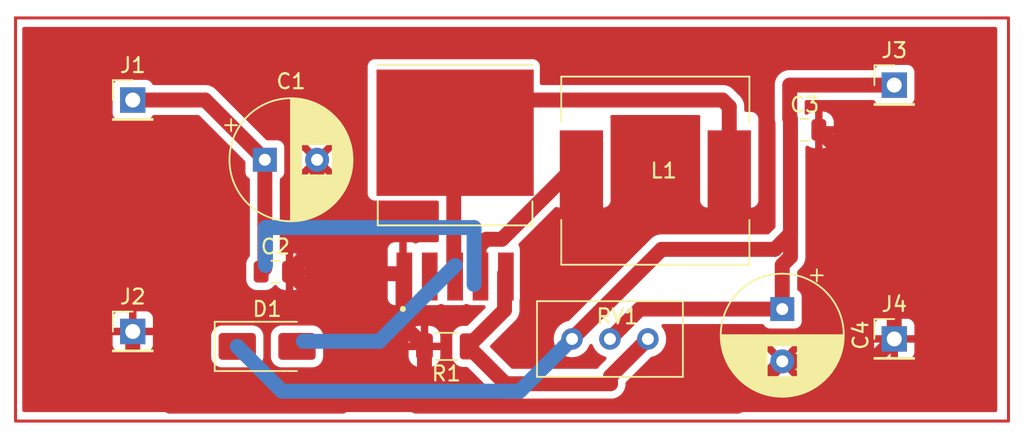
<source format=kicad_pcb>
(kicad_pcb (version 20240108) (generator "pcbnew") (generator_version "8.0")
  (layers (0 "F.Cu" signal) (31 "B.Cu" signal) (34 "B.Paste" user) (35 "F.Paste" user) (36 "B.SilkS" user "B.Silkscreen") (37 "F.SilkS" user "F.Silkscreen") (38 "B.Mask" user) (39 "F.Mask" user) (44 "Edge.Cuts" user))
  (net 0 "")
  (net 1 "Net-(J1-Pin_1)")
  (net 2 "GND")
  (net 3 "Net-(D1-K)")
  (net 4 "Net-(D1-A)")
  (net 5 "Net-(VR1-FB)")
  (footprint "Resistor_SMD:R_1206_3216Metric" (layer "F.Cu") (at 148 74 180)
    (property "Reference" "R1" (at 0 -1.82 360) (layer "F.SilkS"))
    (property "Value" "1K" (hide yes))
    (fp_line (start -0.727064 0.91) (end 0.727064 0.91) (stroke (width 0.12)) (layer "F.SilkS"))
    (fp_line (start -0.727064 -0.91) (end 0.727064 -0.91) (stroke (width 0.12)) (layer "F.SilkS"))
    (pad "1" smd roundrect (at -1.4625 0 180) (size 1.125 1.75) (layers "F.Cu" "F.Paste" "F.Mask") (roundrect_rratio 0.222222) (net 5 "Net-(VR1-FB)"))
    (pad "2" smd roundrect (at 1.4625 0 180) (size 1.125 1.75) (layers "F.Cu" "F.Paste" "F.Mask") (roundrect_rratio 0.222222) (net 2 "GND"))
  )
  (footprint "Connector_PinHeader_2.54mm:PinHeader_1x01_P2.54mm_Vertical" (layer "F.Cu") (at 178 56.5)
    (property "Reference" "J3" (at 0 -2.33 0) (layer "F.SilkS"))
    (property "Value" "Conn_01x01_Pin")
    (fp_line (start -1.33 -1.33) (end 0 -1.33) (stroke (width 0.12)) (layer "F.SilkS"))
    (fp_line (start -1.33 0) (end -1.33 -1.33) (stroke (width 0.12)) (layer "F.SilkS"))
    (fp_line (start -1.33 1.27) (end -1.33 1.33) (stroke (width 0.12)) (layer "F.SilkS"))
    (fp_line (start -1.33 1.27) (end 1.33 1.27) (stroke (width 0.12)) (layer "F.SilkS"))
    (fp_line (start -1.33 1.33) (end 1.33 1.33) (stroke (width 0.12)) (layer "F.SilkS"))
    (fp_line (start 1.33 1.27) (end 1.33 1.33) (stroke (width 0.12)) (layer "F.SilkS"))
    (pad "1" thru_hole rect (at 0 0) (size 1.7 1.7) (drill 1) (layers "*.Cu" "*.Mask") (net 3 "Net-(D1-K)"))
  )
  (footprint "XL6009:DPAK170P1435X465-6N" (layer "F.Cu") (at 148.59 63.19 90)
    (property "Reference" "VR1" (hide yes))
    (property "Value" "XL6009" (hide yes))
    (fp_line (start 8.05 -5.18) (end 8.05 5.18) (stroke (width 0.127)) (layer "F.SilkS"))
    (fp_line (start -1.1 -5.18) (end -2.705 -5.18) (stroke (width 0.127)) (layer "F.SilkS"))
    (fp_line (start -2.705 -5.18) (end -2.705 5.18) (stroke (width 0.127)) (layer "F.SilkS"))
    (fp_line (start -1.1 5.18) (end -2.705 5.18) (stroke (width 0.127)) (layer "F.SilkS"))
    (fp_circle (center -8.3 -3.5) (end -8.2 -3.5) (stroke (width 0.2)) (fill none) (layer "F.SilkS"))
    (pad "1" smd rect (at -6.13 -3.4 90) (size 3.21 1.05) (layers "F.Cu" "F.Paste" "F.Mask") (net 2 "GND"))
    (pad "2" smd rect (at -6.13 -1.7 90) (size 3.21 1.05) (layers "F.Cu" "F.Paste" "F.Mask"))
    (pad "3" smd rect (at -6.13 0 90) (size 3.21 1.05) (layers "F.Cu" "F.Paste" "F.Mask") (net 4 "Net-(D1-A)"))
    (pad "4" smd rect (at -6.13 1.7 90) (size 3.21 1.05) (layers "F.Cu" "F.Paste" "F.Mask") (net 1 "Net-(J1-Pin_1)"))
    (pad "5" smd rect (at -6.13 3.4 90) (size 3.21 1.05) (layers "F.Cu" "F.Paste" "F.Mask") (net 5 "Net-(VR1-FB)"))
    (pad "6" smd rect (at 3.5 0 90) (size 8.46 10.53) (layers "F.Cu" "F.Mask") (net 4 "Net-(D1-A)"))
  )
  (footprint "Connector_PinHeader_2.54mm:PinHeader_1x01_P2.54mm_Vertical" (layer "F.Cu") (at 127 73)
    (property "Reference" "J2" (at 0 -2.33 0) (layer "F.SilkS"))
    (property "Value" "Conn_01x01_Pin")
    (fp_line (start -1.33 -1.33) (end 0 -1.33) (stroke (width 0.12)) (layer "F.SilkS"))
    (fp_line (start -1.33 0) (end -1.33 -1.33) (stroke (width 0.12)) (layer "F.SilkS"))
    (fp_line (start -1.33 1.27) (end -1.33 1.33) (stroke (width 0.12)) (layer "F.SilkS"))
    (fp_line (start -1.33 1.27) (end 1.33 1.27) (stroke (width 0.12)) (layer "F.SilkS"))
    (fp_line (start -1.33 1.33) (end 1.33 1.33) (stroke (width 0.12)) (layer "F.SilkS"))
    (fp_line (start 1.33 1.27) (end 1.33 1.33) (stroke (width 0.12)) (layer "F.SilkS"))
    (pad "1" thru_hole rect (at 0 0) (size 1.7 1.7) (drill 1) (layers "*.Cu" "*.Mask") (net 2 "GND"))
  )
  (footprint "Capacitor_THT:CP_Radial_D8.0mm_P3.50mm" (layer "F.Cu") (at 135.847349 61.5)
    (property "Reference" "C1" (at 1.75 -5.25 360) (layer "F.SilkS"))
    (property "Value" "47uF/50V" (hide yes))
    (fp_line (start -2.659698 -2.315) (end -1.859698 -2.315) (stroke (width 0.12)) (layer "F.SilkS"))
    (fp_line (start -2.259698 -2.715) (end -2.259698 -1.915) (stroke (width 0.12)) (layer "F.SilkS"))
    (fp_line (start 1.75 -4.08) (end 1.75 4.08) (stroke (width 0.12)) (layer "F.SilkS"))
    (fp_line (start 1.79 -4.08) (end 1.79 4.08) (stroke (width 0.12)) (layer "F.SilkS"))
    (fp_line (start 1.83 -4.08) (end 1.83 4.08) (stroke (width 0.12)) (layer "F.SilkS"))
    (fp_line (start 1.87 -4.079) (end 1.87 4.079) (stroke (width 0.12)) (layer "F.SilkS"))
    (fp_line (start 1.91 -4.077) (end 1.91 4.077) (stroke (width 0.12)) (layer "F.SilkS"))
    (fp_line (start 1.95 -4.076) (end 1.95 4.076) (stroke (width 0.12)) (layer "F.SilkS"))
    (fp_line (start 1.99 -4.074) (end 1.99 4.074) (stroke (width 0.12)) (layer "F.SilkS"))
    (fp_line (start 2.03 -4.071) (end 2.03 4.071) (stroke (width 0.12)) (layer "F.SilkS"))
    (fp_line (start 2.07 -4.068) (end 2.07 4.068) (stroke (width 0.12)) (layer "F.SilkS"))
    (fp_line (start 2.11 -4.065) (end 2.11 4.065) (stroke (width 0.12)) (layer "F.SilkS"))
    (fp_line (start 2.15 -4.061) (end 2.15 4.061) (stroke (width 0.12)) (layer "F.SilkS"))
    (fp_line (start 2.19 -4.057) (end 2.19 4.057) (stroke (width 0.12)) (layer "F.SilkS"))
    (fp_line (start 2.23 -4.052) (end 2.23 4.052) (stroke (width 0.12)) (layer "F.SilkS"))
    (fp_line (start 2.27 -4.048) (end 2.27 4.048) (stroke (width 0.12)) (layer "F.SilkS"))
    (fp_line (start 2.31 -4.042) (end 2.31 4.042) (stroke (width 0.12)) (layer "F.SilkS"))
    (fp_line (start 2.35 -4.037) (end 2.35 4.037) (stroke (width 0.12)) (layer "F.SilkS"))
    (fp_line (start 2.39 -4.03) (end 2.39 4.03) (stroke (width 0.12)) (layer "F.SilkS"))
    (fp_line (start 2.43 -4.024) (end 2.43 4.024) (stroke (width 0.12)) (layer "F.SilkS"))
    (fp_line (start 2.471 -4.017) (end 2.471 -1.04) (stroke (width 0.12)) (layer "F.SilkS"))
    (fp_line (start 2.471 1.04) (end 2.471 4.017) (stroke (width 0.12)) (layer "F.SilkS"))
    (fp_line (start 2.511 -4.01) (end 2.511 -1.04) (stroke (width 0.12)) (layer "F.SilkS"))
    (fp_line (start 2.511 1.04) (end 2.511 4.01) (stroke (width 0.12)) (layer "F.SilkS"))
    (fp_line (start 2.551 -4.002) (end 2.551 -1.04) (stroke (width 0.12)) (layer "F.SilkS"))
    (fp_line (start 2.551 1.04) (end 2.551 4.002) (stroke (width 0.12)) (layer "F.SilkS"))
    (fp_line (start 2.591 -3.994) (end 2.591 -1.04) (stroke (width 0.12)) (layer "F.SilkS"))
    (fp_line (start 2.591 1.04) (end 2.591 3.994) (stroke (width 0.12)) (layer "F.SilkS"))
    (fp_line (start 2.631 -3.985) (end 2.631 -1.04) (stroke (width 0.12)) (layer "F.SilkS"))
    (fp_line (start 2.631 1.04) (end 2.631 3.985) (stroke (width 0.12)) (layer "F.SilkS"))
    (fp_line (start 2.671 -3.976) (end 2.671 -1.04) (stroke (width 0.12)) (layer "F.SilkS"))
    (fp_line (start 2.671 1.04) (end 2.671 3.976) (stroke (width 0.12)) (layer "F.SilkS"))
    (fp_line (start 2.711 -3.967) (end 2.711 -1.04) (stroke (width 0.12)) (layer "F.SilkS"))
    (fp_line (start 2.711 1.04) (end 2.711 3.967) (stroke (width 0.12)) (layer "F.SilkS"))
    (fp_line (start 2.751 -3.957) (end 2.751 -1.04) (stroke (width 0.12)) (layer "F.SilkS"))
    (fp_line (start 2.751 1.04) (end 2.751 3.957) (stroke (width 0.12)) (layer "F.SilkS"))
    (fp_line (start 2.791 -3.947) (end 2.791 -1.04) (stroke (width 0.12)) (layer "F.SilkS"))
    (fp_line (start 2.791 1.04) (end 2.791 3.947) (stroke (width 0.12)) (layer "F.SilkS"))
    (fp_line (start 2.831 -3.936) (end 2.831 -1.04) (stroke (width 0.12)) (layer "F.SilkS"))
    (fp_line (start 2.831 1.04) (end 2.831 3.936) (stroke (width 0.12)) (layer "F.SilkS"))
    (fp_line (start 2.871 -3.925) (end 2.871 -1.04) (stroke (width 0.12)) (layer "F.SilkS"))
    (fp_line (start 2.871 1.04) (end 2.871 3.925) (stroke (width 0.12)) (layer "F.SilkS"))
    (fp_line (start 2.911 -3.914) (end 2.911 -1.04) (stroke (width 0.12)) (layer "F.SilkS"))
    (fp_line (start 2.911 1.04) (end 2.911 3.914) (stroke (width 0.12)) (layer "F.SilkS"))
    (fp_line (start 2.951 -3.902) (end 2.951 -1.04) (stroke (width 0.12)) (layer "F.SilkS"))
    (fp_line (start 2.951 1.04) (end 2.951 3.902) (stroke (width 0.12)) (layer "F.SilkS"))
    (fp_line (start 2.991 -3.889) (end 2.991 -1.04) (stroke (width 0.12)) (layer "F.SilkS"))
    (fp_line (start 2.991 1.04) (end 2.991 3.889) (stroke (width 0.12)) (layer "F.SilkS"))
    (fp_line (start 3.031 -3.877) (end 3.031 -1.04) (stroke (width 0.12)) (layer "F.SilkS"))
    (fp_line (start 3.031 1.04) (end 3.031 3.877) (stroke (width 0.12)) (layer "F.SilkS"))
    (fp_line (start 3.071 -3.863) (end 3.071 -1.04) (stroke (width 0.12)) (layer "F.SilkS"))
    (fp_line (start 3.071 1.04) (end 3.071 3.863) (stroke (width 0.12)) (layer "F.SilkS"))
    (fp_line (start 3.111 -3.85) (end 3.111 -1.04) (stroke (width 0.12)) (layer "F.SilkS"))
    (fp_line (start 3.111 1.04) (end 3.111 3.85) (stroke (width 0.12)) (layer "F.SilkS"))
    (fp_line (start 3.151 -3.835) (end 3.151 -1.04) (stroke (width 0.12)) (layer "F.SilkS"))
    (fp_line (start 3.151 1.04) (end 3.151 3.835) (stroke (width 0.12)) (layer "F.SilkS"))
    (fp_line (start 3.191 -3.821) (end 3.191 -1.04) (stroke (width 0.12)) (layer "F.SilkS"))
    (fp_line (start 3.191 1.04) (end 3.191 3.821) (stroke (width 0.12)) (layer "F.SilkS"))
    (fp_line (start 3.231 -3.805) (end 3.231 -1.04) (stroke (width 0.12)) (layer "F.SilkS"))
    (fp_line (start 3.231 1.04) (end 3.231 3.805) (stroke (width 0.12)) (layer "F.SilkS"))
    (fp_line (start 3.271 -3.79) (end 3.271 -1.04) (stroke (width 0.12)) (layer "F.SilkS"))
    (fp_line (start 3.271 1.04) (end 3.271 3.79) (stroke (width 0.12)) (layer "F.SilkS"))
    (fp_line (start 3.311 -3.774) (end 3.311 -1.04) (stroke (width 0.12)) (layer "F.SilkS"))
    (fp_line (start 3.311 1.04) (end 3.311 3.774) (stroke (width 0.12)) (layer "F.SilkS"))
    (fp_line (start 3.351 -3.757) (end 3.351 -1.04) (stroke (width 0.12)) (layer "F.SilkS"))
    (fp_line (start 3.351 1.04) (end 3.351 3.757) (stroke (width 0.12)) (layer "F.SilkS"))
    (fp_line (start 3.391 -3.74) (end 3.391 -1.04) (stroke (width 0.12)) (layer "F.SilkS"))
    (fp_line (start 3.391 1.04) (end 3.391 3.74) (stroke (width 0.12)) (layer "F.SilkS"))
    (fp_line (start 3.431 -3.722) (end 3.431 -1.04) (stroke (width 0.12)) (layer "F.SilkS"))
    (fp_line (start 3.431 1.04) (end 3.431 3.722) (stroke (width 0.12)) (layer "F.SilkS"))
    (fp_line (start 3.471 -3.704) (end 3.471 -1.04) (stroke (width 0.12)) (layer "F.SilkS"))
    (fp_line (start 3.471 1.04) (end 3.471 3.704) (stroke (width 0.12)) (layer "F.SilkS"))
    (fp_line (start 3.511 -3.686) (end 3.511 -1.04) (stroke (width 0.12)) (layer "F.SilkS"))
    (fp_line (start 3.511 1.04) (end 3.511 3.686) (stroke (width 0.12)) (layer "F.SilkS"))
    (fp_line (start 3.551 -3.666) (end 3.551 -1.04) (stroke (width 0.12)) (layer "F.SilkS"))
    (fp_line (start 3.551 1.04) (end 3.551 3.666) (stroke (width 0.12)) (layer "F.SilkS"))
    (fp_line (start 3.591 -3.647) (end 3.591 -1.04) (stroke (width 0.12)) (layer "F.SilkS"))
    (fp_line (start 3.591 1.04) (end 3.591 3.647) (stroke (width 0.12)) (layer "F.SilkS"))
    (fp_line (start 3.631 -3.627) (end 3.631 -1.04) (stroke (width 0.12)) (layer "F.SilkS"))
    (fp_line (start 3.631 1.04) (end 3.631 3.627) (stroke (width 0.12)) (layer "F.SilkS"))
    (fp_line (start 3.671 -3.606) (end 3.671 -1.04) (stroke (width 0.12)) (layer "F.SilkS"))
    (fp_line (start 3.671 1.04) (end 3.671 3.606) (stroke (width 0.12)) (layer "F.SilkS"))
    (fp_line (start 3.711 -3.584) (end 3.711 -1.04) (stroke (width 0.12)) (layer "F.SilkS"))
    (fp_line (start 3.711 1.04) (end 3.711 3.584) (stroke (width 0.12)) (layer "F.SilkS"))
    (fp_line (start 3.751 -3.562) (end 3.751 -1.04) (stroke (width 0.12)) (layer "F.SilkS"))
    (fp_line (start 3.751 1.04) (end 3.751 3.562) (stroke (width 0.12)) (layer "F.SilkS"))
    (fp_line (start 3.791 -3.54) (end 3.791 -1.04) (stroke (width 0.12)) (layer "F.SilkS"))
    (fp_line (start 3.791 1.04) (end 3.791 3.54) (stroke (width 0.12)) (layer "F.SilkS"))
    (fp_line (start 3.831 -3.517) (end 3.831 -1.04) (stroke (width 0.12)) (layer "F.SilkS"))
    (fp_line (start 3.831 1.04) (end 3.831 3.517) (stroke (width 0.12)) (layer "F.SilkS"))
    (fp_line (start 3.871 -3.493) (end 3.871 -1.04) (stroke (width 0.12)) (layer "F.SilkS"))
    (fp_line (start 3.871 1.04) (end 3.871 3.493) (stroke (width 0.12)) (layer "F.SilkS"))
    (fp_line (start 3.911 -3.469) (end 3.911 -1.04) (stroke (width 0.12)) (layer "F.SilkS"))
    (fp_line (start 3.911 1.04) (end 3.911 3.469) (stroke (width 0.12)) (layer "F.SilkS"))
    (fp_line (start 3.951 -3.444) (end 3.951 -1.04) (stroke (width 0.12)) (layer "F.SilkS"))
    (fp_line (start 3.951 1.04) (end 3.951 3.444) (stroke (width 0.12)) (layer "F.SilkS"))
    (fp_line (start 3.991 -3.418) (end 3.991 -1.04) (stroke (width 0.12)) (layer "F.SilkS"))
    (fp_line (start 3.991 1.04) (end 3.991 3.418) (stroke (width 0.12)) (layer "F.SilkS"))
    (fp_line (start 4.031 -3.392) (end 4.031 -1.04) (stroke (width 0.12)) (layer "F.SilkS"))
    (fp_line (start 4.031 1.04) (end 4.031 3.392) (stroke (width 0.12)) (layer "F.SilkS"))
    (fp_line (start 4.071 -3.365) (end 4.071 -1.04) (stroke (width 0.12)) (layer "F.SilkS"))
    (fp_line (start 4.071 1.04) (end 4.071 3.365) (stroke (width 0.12)) (layer "F.SilkS"))
    (fp_line (start 4.111 -3.338) (end 4.111 -1.04) (stroke (width 0.12)) (layer "F.SilkS"))
    (fp_line (start 4.111 1.04) (end 4.111 3.338) (stroke (width 0.12)) (layer "F.SilkS"))
    (fp_line (start 4.151 -3.309) (end 4.151 -1.04) (stroke (width 0.12)) (layer "F.SilkS"))
    (fp_line (start 4.151 1.04) (end 4.151 3.309) (stroke (width 0.12)) (layer "F.SilkS"))
    (fp_line (start 4.191 -3.28) (end 4.191 -1.04) (stroke (width 0.12)) (layer "F.SilkS"))
    (fp_line (start 4.191 1.04) (end 4.191 3.28) (stroke (width 0.12)) (layer "F.SilkS"))
    (fp_line (start 4.231 -3.25) (end 4.231 -1.04) (stroke (width 0.12)) (layer "F.SilkS"))
    (fp_line (start 4.231 1.04) (end 4.231 3.25) (stroke (width 0.12)) (layer "F.SilkS"))
    (fp_line (start 4.271 -3.22) (end 4.271 -1.04) (stroke (width 0.12)) (layer "F.SilkS"))
    (fp_line (start 4.271 1.04) (end 4.271 3.22) (stroke (width 0.12)) (layer "F.SilkS"))
    (fp_line (start 4.311 -3.189) (end 4.311 -1.04) (stroke (width 0.12)) (layer "F.SilkS"))
    (fp_line (start 4.311 1.04) (end 4.311 3.189) (stroke (width 0.12)) (layer "F.SilkS"))
    (fp_line (start 4.351 -3.156) (end 4.351 -1.04) (stroke (width 0.12)) (layer "F.SilkS"))
    (fp_line (start 4.351 1.04) (end 4.351 3.156) (stroke (width 0.12)) (layer "F.SilkS"))
    (fp_line (start 4.391 -3.124) (end 4.391 -1.04) (stroke (width 0.12)) (layer "F.SilkS"))
    (fp_line (start 4.391 1.04) (end 4.391 3.124) (stroke (width 0.12)) (layer "F.SilkS"))
    (fp_line (start 4.431 -3.09) (end 4.431 -1.04) (stroke (width 0.12)) (layer "F.SilkS"))
    (fp_line (start 4.431 1.04) (end 4.431 3.09) (stroke (width 0.12)) (layer "F.SilkS"))
    (fp_line (start 4.471 -3.055) (end 4.471 -1.04) (stroke (width 0.12)) (layer "F.SilkS"))
    (fp_line (start 4.471 1.04) (end 4.471 3.055) (stroke (width 0.12)) (layer "F.SilkS"))
    (fp_line (start 4.511 -3.019) (end 4.511 -1.04) (stroke (width 0.12)) (layer "F.SilkS"))
    (fp_line (start 4.511 1.04) (end 4.511 3.019) (stroke (width 0.12)) (layer "F.SilkS"))
    (fp_line (start 4.551 -2.983) (end 4.551 2.983) (stroke (width 0.12)) (layer "F.SilkS"))
    (fp_line (start 4.591 -2.945) (end 4.591 2.945) (stroke (width 0.12)) (layer "F.SilkS"))
    (fp_line (start 4.631 -2.907) (end 4.631 2.907) (stroke (width 0.12)) (layer "F.SilkS"))
    (fp_line (start 4.671 -2.867) (end 4.671 2.867) (stroke (width 0.12)) (layer "F.SilkS"))
    (fp_line (start 4.711 -2.826) (end 4.711 2.826) (stroke (width 0.12)) (layer "F.SilkS"))
    (fp_line (start 4.751 -2.784) (end 4.751 2.784) (stroke (width 0.12)) (layer "F.SilkS"))
    (fp_line (start 4.791 -2.741) (end 4.791 2.741) (stroke (width 0.12)) (layer "F.SilkS"))
    (fp_line (start 4.831 -2.697) (end 4.831 2.697) (stroke (width 0.12)) (layer "F.SilkS"))
    (fp_line (start 4.871 -2.651) (end 4.871 2.651) (stroke (width 0.12)) (layer "F.SilkS"))
    (fp_line (start 4.911 -2.604) (end 4.911 2.604) (stroke (width 0.12)) (layer "F.SilkS"))
    (fp_line (start 4.951 -2.556) (end 4.951 2.556) (stroke (width 0.12)) (layer "F.SilkS"))
    (fp_line (start 4.991 -2.505) (end 4.991 2.505) (stroke (width 0.12)) (layer "F.SilkS"))
    (fp_line (start 5.031 -2.454) (end 5.031 2.454) (stroke (width 0.12)) (layer "F.SilkS"))
    (fp_line (start 5.071 -2.4) (end 5.071 2.4) (stroke (width 0.12)) (layer "F.SilkS"))
    (fp_line (start 5.111 -2.345) (end 5.111 2.345) (stroke (width 0.12)) (layer "F.SilkS"))
    (fp_line (start 5.151 -2.287) (end 5.151 2.287) (stroke (width 0.12)) (layer "F.SilkS"))
    (fp_line (start 5.191 -2.228) (end 5.191 2.228) (stroke (width 0.12)) (layer "F.SilkS"))
    (fp_line (start 5.231 -2.166) (end 5.231 2.166) (stroke (width 0.12)) (layer "F.SilkS"))
    (fp_line (start 5.271 -2.102) (end 5.271 2.102) (stroke (width 0.12)) (layer "F.SilkS"))
    (fp_line (start 5.311 -2.034) (end 5.311 2.034) (stroke (width 0.12)) (layer "F.SilkS"))
    (fp_line (start 5.351 -1.964) (end 5.351 1.964) (stroke (width 0.12)) (layer "F.SilkS"))
    (fp_line (start 5.391 -1.89) (end 5.391 1.89) (stroke (width 0.12)) (layer "F.SilkS"))
    (fp_line (start 5.431 -1.813) (end 5.431 1.813) (stroke (width 0.12)) (layer "F.SilkS"))
    (fp_line (start 5.471 -1.731) (end 5.471 1.731) (stroke (width 0.12)) (layer "F.SilkS"))
    (fp_line (start 5.511 -1.645) (end 5.511 1.645) (stroke (width 0.12)) (layer "F.SilkS"))
    (fp_line (start 5.551 -1.552) (end 5.551 1.552) (stroke (width 0.12)) (layer "F.SilkS"))
    (fp_line (start 5.591 -1.453) (end 5.591 1.453) (stroke (width 0.12)) (layer "F.SilkS"))
    (fp_line (start 5.631 -1.346) (end 5.631 1.346) (stroke (width 0.12)) (layer "F.SilkS"))
    (fp_line (start 5.671 -1.229) (end 5.671 1.229) (stroke (width 0.12)) (layer "F.SilkS"))
    (fp_line (start 5.711 -1.098) (end 5.711 1.098) (stroke (width 0.12)) (layer "F.SilkS"))
    (fp_line (start 5.751 -0.948) (end 5.751 0.948) (stroke (width 0.12)) (layer "F.SilkS"))
    (fp_line (start 5.791 -0.768) (end 5.791 0.768) (stroke (width 0.12)) (layer "F.SilkS"))
    (fp_line (start 5.831 -0.533) (end 5.831 0.533) (stroke (width 0.12)) (layer "F.SilkS"))
    (fp_circle (center 1.75 0) (end 5.87 0) (stroke (width 0.12)) (fill none) (layer "F.SilkS"))
    (pad "1" thru_hole rect (at 0 0) (size 1.6 1.6) (drill 0.8) (layers "*.Cu" "*.Mask") (net 1 "Net-(J1-Pin_1)"))
    (pad "2" thru_hole circle (at 3.5 0) (size 1.6 1.6) (drill 0.8) (layers "*.Cu" "*.Mask") (net 2 "GND"))
  )
  (footprint "Potentiometer_THT:Potentiometer_Bourns_3296W_Vertical" (layer "F.Cu") (at 161.5 73.5)
    (property "Reference" "RV1" (at -2.04 -1.5 0) (layer "F.SilkS"))
    (property "Value" "50K" (hide yes))
    (fp_line (start -7.425 -2.53) (end -7.425 2.54) (stroke (width 0.12)) (layer "F.SilkS"))
    (fp_line (start -7.425 -2.53) (end 2.345 -2.53) (stroke (width 0.12)) (layer "F.SilkS"))
    (fp_line (start -7.425 2.54) (end 2.345 2.54) (stroke (width 0.12)) (layer "F.SilkS"))
    (fp_line (start 2.345 -2.53) (end 2.345 2.54) (stroke (width 0.12)) (layer "F.SilkS"))
    (pad "1" thru_hole circle (at 0 0) (size 1.44 1.44) (drill 0.8) (layers "*.Cu" "*.Mask") (net 5 "Net-(VR1-FB)"))
    (pad "2" thru_hole circle (at -2.54 0) (size 1.44 1.44) (drill 0.8) (layers "*.Cu" "*.Mask") (net 3 "Net-(D1-K)"))
    (pad "3" thru_hole circle (at -5.08 0) (size 1.44 1.44) (drill 0.8) (layers "*.Cu" "*.Mask") (net 3 "Net-(D1-K)"))
  )
  (footprint "Connector_PinHeader_2.54mm:PinHeader_1x01_P2.54mm_Vertical" (layer "F.Cu") (at 178 73.5)
    (property "Reference" "J4" (at 0 -2.33 0) (layer "F.SilkS"))
    (property "Value" "Conn_01x01_Pin")
    (fp_line (start -1.33 -1.33) (end 0 -1.33) (stroke (width 0.12)) (layer "F.SilkS"))
    (fp_line (start -1.33 0) (end -1.33 -1.33) (stroke (width 0.12)) (layer "F.SilkS"))
    (fp_line (start -1.33 1.27) (end -1.33 1.33) (stroke (width 0.12)) (layer "F.SilkS"))
    (fp_line (start -1.33 1.27) (end 1.33 1.27) (stroke (width 0.12)) (layer "F.SilkS"))
    (fp_line (start -1.33 1.33) (end 1.33 1.33) (stroke (width 0.12)) (layer "F.SilkS"))
    (fp_line (start 1.33 1.27) (end 1.33 1.33) (stroke (width 0.12)) (layer "F.SilkS"))
    (pad "1" thru_hole rect (at 0 0) (size 1.7 1.7) (drill 1) (layers "*.Cu" "*.Mask") (net 2 "GND"))
  )
  (footprint "Connector_PinHeader_2.54mm:PinHeader_1x01_P2.54mm_Vertical" (layer "F.Cu") (at 127 57.5)
    (property "Reference" "J1" (at 0 -2.33 0) (layer "F.SilkS"))
    (property "Value" "Conn_01x01_Pin")
    (fp_line (start -1.33 -1.33) (end 0 -1.33) (stroke (width 0.12)) (layer "F.SilkS"))
    (fp_line (start -1.33 0) (end -1.33 -1.33) (stroke (width 0.12)) (layer "F.SilkS"))
    (fp_line (start -1.33 1.27) (end -1.33 1.33) (stroke (width 0.12)) (layer "F.SilkS"))
    (fp_line (start -1.33 1.27) (end 1.33 1.27) (stroke (width 0.12)) (layer "F.SilkS"))
    (fp_line (start -1.33 1.33) (end 1.33 1.33) (stroke (width 0.12)) (layer "F.SilkS"))
    (fp_line (start 1.33 1.27) (end 1.33 1.33) (stroke (width 0.12)) (layer "F.SilkS"))
    (pad "1" thru_hole rect (at 0 0) (size 1.7 1.7) (drill 1) (layers "*.Cu" "*.Mask") (net 1 "Net-(J1-Pin_1)"))
  )
  (footprint "Inductor_SMD:L_12x12mm_H8mm" (layer "F.Cu") (at 162 62.23)
    (property "Reference" "L1" (at 0.56 0 0) (layer "F.SilkS"))
    (property "Value" "33uH" (hide yes))
    (fp_line (start -6.3 -6.3) (end 6.3 -6.3) (stroke (width 0.12)) (layer "F.SilkS"))
    (fp_line (start -6.3 -3.3) (end -6.3 -6.3) (stroke (width 0.12)) (layer "F.SilkS"))
    (fp_line (start -6.3 6.3) (end -6.3 3.3) (stroke (width 0.12)) (layer "F.SilkS"))
    (fp_line (start 6.3 -6.3) (end 6.3 -3.3) (stroke (width 0.12)) (layer "F.SilkS"))
    (fp_line (start 6.3 3.3) (end 6.3 6.3) (stroke (width 0.12)) (layer "F.SilkS"))
    (fp_line (start 6.3 6.3) (end -6.3 6.3) (stroke (width 0.12)) (layer "F.SilkS"))
    (pad "1" smd rect (at -4.95 0) (size 2.9 5.4) (layers "F.Cu" "F.Paste" "F.Mask") (net 1 "Net-(J1-Pin_1)"))
    (pad "2" smd rect (at 4.95 0) (size 2.9 5.4) (layers "F.Cu" "F.Paste" "F.Mask") (net 4 "Net-(D1-A)"))
  )
  (footprint "Capacitor_THT:CP_Radial_D8.0mm_P3.50mm" (layer "F.Cu") (at 170.5 71.5 -90)
    (property "Reference" "C4" (at 1.75 -5.25 90) (layer "F.SilkS"))
    (property "Value" "220uF/50V" (hide yes))
    (fp_line (start 2.471 1.04) (end 2.471 4.017) (stroke (width 0.12)) (layer "F.SilkS"))
    (fp_line (start 2.511 1.04) (end 2.511 4.01) (stroke (width 0.12)) (layer "F.SilkS"))
    (fp_line (start 2.551 1.04) (end 2.551 4.002) (stroke (width 0.12)) (layer "F.SilkS"))
    (fp_line (start 2.591 1.04) (end 2.591 3.994) (stroke (width 0.12)) (layer "F.SilkS"))
    (fp_line (start 2.631 1.04) (end 2.631 3.985) (stroke (width 0.12)) (layer "F.SilkS"))
    (fp_line (start 2.671 1.04) (end 2.671 3.976) (stroke (width 0.12)) (layer "F.SilkS"))
    (fp_line (start 2.711 1.04) (end 2.711 3.967) (stroke (width 0.12)) (layer "F.SilkS"))
    (fp_line (start 2.751 1.04) (end 2.751 3.957) (stroke (width 0.12)) (layer "F.SilkS"))
    (fp_line (start 2.791 1.04) (end 2.791 3.947) (stroke (width 0.12)) (layer "F.SilkS"))
    (fp_line (start 2.831 1.04) (end 2.831 3.936) (stroke (width 0.12)) (layer "F.SilkS"))
    (fp_line (start 2.871 1.04) (end 2.871 3.925) (stroke (width 0.12)) (layer "F.SilkS"))
    (fp_line (start 2.911 1.04) (end 2.911 3.914) (stroke (width 0.12)) (layer "F.SilkS"))
    (fp_line (start 2.951 1.04) (end 2.951 3.902) (stroke (width 0.12)) (layer "F.SilkS"))
    (fp_line (start 2.991 1.04) (end 2.991 3.889) (stroke (width 0.12)) (layer "F.SilkS"))
    (fp_line (start 3.031 1.04) (end 3.031 3.877) (stroke (width 0.12)) (layer "F.SilkS"))
    (fp_line (start 3.071 1.04) (end 3.071 3.863) (stroke (width 0.12)) (layer "F.SilkS"))
    (fp_line (start 3.111 1.04) (end 3.111 3.85) (stroke (width 0.12)) (layer "F.SilkS"))
    (fp_line (start 3.151 1.04) (end 3.151 3.835) (stroke (width 0.12)) (layer "F.SilkS"))
    (fp_line (start 3.191 1.04) (end 3.191 3.821) (stroke (width 0.12)) (layer "F.SilkS"))
    (fp_line (start 3.231 1.04) (end 3.231 3.805) (stroke (width 0.12)) (layer "F.SilkS"))
    (fp_line (start 3.271 1.04) (end 3.271 3.79) (stroke (width 0.12)) (layer "F.SilkS"))
    (fp_line (start 3.311 1.04) (end 3.311 3.774) (stroke (width 0.12)) (layer "F.SilkS"))
    (fp_line (start 3.351 1.04) (end 3.351 3.757) (stroke (width 0.12)) (layer "F.SilkS"))
    (fp_line (start 3.391 1.04) (end 3.391 3.74) (stroke (width 0.12)) (layer "F.SilkS"))
    (fp_line (start 3.431 1.04) (end 3.431 3.722) (stroke (width 0.12)) (layer "F.SilkS"))
    (fp_line (start 3.471 1.04) (end 3.471 3.704) (stroke (width 0.12)) (layer "F.SilkS"))
    (fp_line (start 3.511 1.04) (end 3.511 3.686) (stroke (width 0.12)) (layer "F.SilkS"))
    (fp_line (start 3.551 1.04) (end 3.551 3.666) (stroke (width 0.12)) (layer "F.SilkS"))
    (fp_line (start 3.591 1.04) (end 3.591 3.647) (stroke (width 0.12)) (layer "F.SilkS"))
    (fp_line (start 3.631 1.04) (end 3.631 3.627) (stroke (width 0.12)) (layer "F.SilkS"))
    (fp_line (start 3.671 1.04) (end 3.671 3.606) (stroke (width 0.12)) (layer "F.SilkS"))
    (fp_line (start 3.711 1.04) (end 3.711 3.584) (stroke (width 0.12)) (layer "F.SilkS"))
    (fp_line (start 3.751 1.04) (end 3.751 3.562) (stroke (width 0.12)) (layer "F.SilkS"))
    (fp_line (start 3.791 1.04) (end 3.791 3.54) (stroke (width 0.12)) (layer "F.SilkS"))
    (fp_line (start 3.831 1.04) (end 3.831 3.517) (stroke (width 0.12)) (layer "F.SilkS"))
    (fp_line (start 3.871 1.04) (end 3.871 3.493) (stroke (width 0.12)) (layer "F.SilkS"))
    (fp_line (start 3.911 1.04) (end 3.911 3.469) (stroke (width 0.12)) (layer "F.SilkS"))
    (fp_line (start 3.951 1.04) (end 3.951 3.444) (stroke (width 0.12)) (layer "F.SilkS"))
    (fp_line (start 3.991 1.04) (end 3.991 3.418) (stroke (width 0.12)) (layer "F.SilkS"))
    (fp_line (start 4.031 1.04) (end 4.031 3.392) (stroke (width 0.12)) (layer "F.SilkS"))
    (fp_line (start 4.071 1.04) (end 4.071 3.365) (stroke (width 0.12)) (layer "F.SilkS"))
    (fp_line (start 4.111 1.04) (end 4.111 3.338) (stroke (width 0.12)) (layer "F.SilkS"))
    (fp_line (start 4.151 1.04) (end 4.151 3.309) (stroke (width 0.12)) (layer "F.SilkS"))
    (fp_line (start 4.191 1.04) (end 4.191 3.28) (stroke (width 0.12)) (layer "F.SilkS"))
    (fp_line (start 4.231 1.04) (end 4.231 3.25) (stroke (width 0.12)) (layer "F.SilkS"))
    (fp_line (start 4.271 1.04) (end 4.271 3.22) (stroke (width 0.12)) (layer "F.SilkS"))
    (fp_line (start 4.311 1.04) (end 4.311 3.189) (stroke (width 0.12)) (layer "F.SilkS"))
    (fp_line (start 4.351 1.04) (end 4.351 3.156) (stroke (width 0.12)) (layer "F.SilkS"))
    (fp_line (start 4.391 1.04) (end 4.391 3.124) (stroke (width 0.12)) (layer "F.SilkS"))
    (fp_line (start 4.431 1.04) (end 4.431 3.09) (stroke (width 0.12)) (layer "F.SilkS"))
    (fp_line (start 4.471 1.04) (end 4.471 3.055) (stroke (width 0.12)) (layer "F.SilkS"))
    (fp_line (start 4.511 1.04) (end 4.511 3.019) (stroke (width 0.12)) (layer "F.SilkS"))
    (fp_line (start 5.831 -0.533) (end 5.831 0.533) (stroke (width 0.12)) (layer "F.SilkS"))
    (fp_line (start 5.791 -0.768) (end 5.791 0.768) (stroke (width 0.12)) (layer "F.SilkS"))
    (fp_line (start 5.751 -0.948) (end 5.751 0.948) (stroke (width 0.12)) (layer "F.SilkS"))
    (fp_line (start 5.711 -1.098) (end 5.711 1.098) (stroke (width 0.12)) (layer "F.SilkS"))
    (fp_line (start 5.671 -1.229) (end 5.671 1.229) (stroke (width 0.12)) (layer "F.SilkS"))
    (fp_line (start 5.631 -1.346) (end 5.631 1.346) (stroke (width 0.12)) (layer "F.SilkS"))
    (fp_line (start 5.591 -1.453) (end 5.591 1.453) (stroke (width 0.12)) (layer "F.SilkS"))
    (fp_line (start 5.551 -1.552) (end 5.551 1.552) (stroke (width 0.12)) (layer "F.SilkS"))
    (fp_line (start 5.511 -1.645) (end 5.511 1.645) (stroke (width 0.12)) (layer "F.SilkS"))
    (fp_line (start 5.471 -1.731) (end 5.471 1.731) (stroke (width 0.12)) (layer "F.SilkS"))
    (fp_line (start 5.431 -1.813) (end 5.431 1.813) (stroke (width 0.12)) (layer "F.SilkS"))
    (fp_line (start 5.391 -1.89) (end 5.391 1.89) (stroke (width 0.12)) (layer "F.SilkS"))
    (fp_line (start 5.351 -1.964) (end 5.351 1.964) (stroke (width 0.12)) (layer "F.SilkS"))
    (fp_line (start 5.311 -2.034) (end 5.311 2.034) (stroke (width 0.12)) (layer "F.SilkS"))
    (fp_line (start 5.271 -2.102) (end 5.271 2.102) (stroke (width 0.12)) (layer "F.SilkS"))
    (fp_line (start 5.231 -2.166) (end 5.231 2.166) (stroke (width 0.12)) (layer "F.SilkS"))
    (fp_line (start 5.191 -2.228) (end 5.191 2.228) (stroke (width 0.12)) (layer "F.SilkS"))
    (fp_line (start 5.151 -2.287) (end 5.151 2.287) (stroke (width 0.12)) (layer "F.SilkS"))
    (fp_line (start -2.659698 -2.315) (end -1.859698 -2.315) (stroke (width 0.12)) (layer "F.SilkS"))
    (fp_line (start 5.111 -2.345) (end 5.111 2.345) (stroke (width 0.12)) (layer "F.SilkS"))
    (fp_line (start 5.071 -2.4) (end 5.071 2.4) (stroke (width 0.12)) (layer "F.SilkS"))
    (fp_line (start 5.031 -2.454) (end 5.031 2.454) (stroke (width 0.12)) (layer "F.SilkS"))
    (fp_line (start 4.991 -2.505) (end 4.991 2.505) (stroke (width 0.12)) (layer "F.SilkS"))
    (fp_line (start 4.951 -2.556) (end 4.951 2.556) (stroke (width 0.12)) (layer "F.SilkS"))
    (fp_line (start 4.911 -2.604) (end 4.911 2.604) (stroke (width 0.12)) (layer "F.SilkS"))
    (fp_line (start 4.871 -2.651) (end 4.871 2.651) (stroke (width 0.12)) (layer "F.SilkS"))
    (fp_line (start 4.831 -2.697) (end 4.831 2.697) (stroke (width 0.12)) (layer "F.SilkS"))
    (fp_line (start -2.259698 -2.715) (end -2.259698 -1.915) (stroke (width 0.12)) (layer "F.SilkS"))
    (fp_line (start 4.791 -2.741) (end 4.791 2.741) (stroke (width 0.12)) (layer "F.SilkS"))
    (fp_line (start 4.751 -2.784) (end 4.751 2.784) (stroke (width 0.12)) (layer "F.SilkS"))
    (fp_line (start 4.711 -2.826) (end 4.711 2.826) (stroke (width 0.12)) (layer "F.SilkS"))
    (fp_line (start 4.671 -2.867) (end 4.671 2.867) (stroke (width 0.12)) (layer "F.SilkS"))
    (fp_line (start 4.631 -2.907) (end 4.631 2.907) (stroke (width 0.12)) (layer "F.SilkS"))
    (fp_line (start 4.591 -2.945) (end 4.591 2.945) (stroke (width 0.12)) (layer "F.SilkS"))
    (fp_line (start 4.551 -2.983) (end 4.551 2.983) (stroke (width 0.12)) (layer "F.SilkS"))
    (fp_line (start 4.511 -3.019) (end 4.511 -1.04) (stroke (width 0.12)) (layer "F.SilkS"))
    (fp_line (start 4.471 -3.055) (end 4.471 -1.04) (stroke (width 0.12)) (layer "F.SilkS"))
    (fp_line (start 4.431 -3.09) (end 4.431 -1.04) (stroke (width 0.12)) (layer "F.SilkS"))
    (fp_line (start 4.391 -3.124) (end 4.391 -1.04) (stroke (width 0.12)) (layer "F.SilkS"))
    (fp_line (start 4.351 -3.156) (end 4.351 -1.04) (stroke (width 0.12)) (layer "F.SilkS"))
    (fp_line (start 4.311 -3.189) (end 4.311 -1.04) (stroke (width 0.12)) (layer "F.SilkS"))
    (fp_line (start 4.271 -3.22) (end 4.271 -1.04) (stroke (width 0.12)) (layer "F.SilkS"))
    (fp_line (start 4.231 -3.25) (end 4.231 -1.04) (stroke (width 0.12)) (layer "F.SilkS"))
    (fp_line (start 4.191 -3.28) (end 4.191 -1.04) (stroke (width 0.12)) (layer "F.SilkS"))
    (fp_line (start 4.151 -3.309) (end 4.151 -1.04) (stroke (width 0.12)) (layer "F.SilkS"))
    (fp_line (start 4.111 -3.338) (end 4.111 -1.04) (stroke (width 0.12)) (layer "F.SilkS"))
    (fp_line (start 4.071 -3.365) (end 4.071 -1.04) (stroke (width 0.12)) (layer "F.SilkS"))
    (fp_line (start 4.031 -3.392) (end 4.031 -1.04) (stroke (width 0.12)) (layer "F.SilkS"))
    (fp_line (start 3.991 -3.418) (end 3.991 -1.04) (stroke (width 0.12)) (layer "F.SilkS"))
    (fp_line (start 3.951 -3.444) (end 3.951 -1.04) (stroke (width 0.12)) (layer "F.SilkS"))
    (fp_line (start 3.911 -3.469) (end 3.911 -1.04) (stroke (width 0.12)) (layer "F.SilkS"))
    (fp_line (start 3.871 -3.493) (end 3.871 -1.04) (stroke (width 0.12)) (layer "F.SilkS"))
    (fp_line (start 3.831 -3.517) (end 3.831 -1.04) (stroke (width 0.12)) (layer "F.SilkS"))
    (fp_line (start 3.791 -3.54) (end 3.791 -1.04) (stroke (width 0.12)) (layer "F.SilkS"))
    (fp_line (start 3.751 -3.562) (end 3.751 -1.04) (stroke (width 0.12)) (layer "F.SilkS"))
    (fp_line (start 3.711 -3.584) (end 3.711 -1.04) (stroke (width 0.12)) (layer "F.SilkS"))
    (fp_line (start 3.671 -3.606) (end 3.671 -1.04) (stroke (width 0.12)) (layer "F.SilkS"))
    (fp_line (start 3.631 -3.627) (end 3.631 -1.04) (stroke (width 0.12)) (layer "F.SilkS"))
    (fp_line (start 3.591 -3.647) (end 3.591 -1.04) (stroke (width 0.12)) (layer "F.SilkS"))
    (fp_line (start 3.551 -3.666) (end 3.551 -1.04) (stroke (width 0.12)) (layer "F.SilkS"))
    (fp_line (start 3.511 -3.686) (end 3.511 -1.04) (stroke (width 0.12)) (layer "F.SilkS"))
    (fp_line (start 3.471 -3.704) (end 3.471 -1.04) (stroke (width 0.12)) (layer "F.SilkS"))
    (fp_line (start 3.431 -3.722) (end 3.431 -1.04) (stroke (width 0.12)) (layer "F.SilkS"))
    (fp_line (start 3.391 -3.74) (end 3.391 -1.04) (stroke (width 0.12)) (layer "F.SilkS"))
    (fp_line (start 3.351 -3.757) (end 3.351 -1.04) (stroke (width 0.12)) (layer "F.SilkS"))
    (fp_line (start 3.311 -3.774) (end 3.311 -1.04) (stroke (width 0.12)) (layer "F.SilkS"))
    (fp_line (start 3.271 -3.79) (end 3.271 -1.04) (stroke (width 0.12)) (layer "F.SilkS"))
    (fp_line (start 3.231 -3.805) (end 3.231 -1.04) (stroke (width 0.12)) (layer "F.SilkS"))
    (fp_line (start 3.191 -3.821) (end 3.191 -1.04) (stroke (width 0.12)) (layer "F.SilkS"))
    (fp_line (start 3.151 -3.835) (end 3.151 -1.04) (stroke (width 0.12)) (layer "F.SilkS"))
    (fp_line (start 3.111 -3.85) (end 3.111 -1.04) (stroke (width 0.12)) (layer "F.SilkS"))
    (fp_line (start 3.071 -3.863) (end 3.071 -1.04) (stroke (width 0.12)) (layer "F.SilkS"))
    (fp_line (start 3.031 -3.877) (end 3.031 -1.04) (stroke (width 0.12)) (layer "F.SilkS"))
    (fp_line (start 2.991 -3.889) (end 2.991 -1.04) (stroke (width 0.12)) (layer "F.SilkS"))
    (fp_line (start 2.951 -3.902) (end 2.951 -1.04) (stroke (width 0.12)) (layer "F.SilkS"))
    (fp_line (start 2.911 -3.914) (end 2.911 -1.04) (stroke (width 0.12)) (layer "F.SilkS"))
    (fp_line (start 2.871 -3.925) (end 2.871 -1.04) (stroke (width 0.12)) (layer "F.SilkS"))
    (fp_line (start 2.831 -3.936) (end 2.831 -1.04) (stroke (width 0.12)) (layer "F.SilkS"))
    (fp_line (start 2.791 -3.947) (end 2.791 -1.04) (stroke (width 0.12)) (layer "F.SilkS"))
    (fp_line (start 2.751 -3.957) (end 2.751 -1.04) (stroke (width 0.12)) (layer "F.SilkS"))
    (fp_line (start 2.711 -3.967) (end 2.711 -1.04) (stroke (width 0.12)) (layer "F.SilkS"))
    (fp_line (start 2.671 -3.976) (end 2.671 -1.04) (stroke (width 0.12)) (layer "F.SilkS"))
    (fp_line (start 2.631 -3.985) (end 2.631 -1.04) (stroke (width 0.12)) (layer "F.SilkS"))
    (fp_line (start 2.591 -3.994) (end 2.591 -1.04) (stroke (width 0.12)) (layer "F.SilkS"))
    (fp_line (start 2.551 -4.002) (end 2.551 -1.04) (stroke (width 0.12)) (layer "F.SilkS"))
    (fp_line (start 2.511 -4.01) (end 2.511 -1.04) (stroke (width 0.12)) (layer "F.SilkS"))
    (fp_line (start 2.471 -4.017) (end 2.471 -1.04) (stroke (width 0.12)) (layer "F.SilkS"))
    (fp_line (start 2.43 -4.024) (end 2.43 4.024) (stroke (width 0.12)) (layer "F.SilkS"))
    (fp_line (start 2.39 -4.03) (end 2.39 4.03) (stroke (width 0.12)) (layer "F.SilkS"))
    (fp_line (start 2.35 -4.037) (end 2.35 4.037) (stroke (width 0.12)) (layer "F.SilkS"))
    (fp_line (start 2.31 -4.042) (end 2.31 4.042) (stroke (width 0.12)) (layer "F.SilkS"))
    (fp_line (start 2.27 -4.048) (end 2.27 4.048) (stroke (width 0.12)) (layer "F.SilkS"))
    (fp_line (start 2.23 -4.052) (end 2.23 4.052) (stroke (width 0.12)) (layer "F.SilkS"))
    (fp_line (start 2.19 -4.057) (end 2.19 4.057) (stroke (width 0.12)) (layer "F.SilkS"))
    (fp_line (start 2.15 -4.061) (end 2.15 4.061) (stroke (width 0.12)) (layer "F.SilkS"))
    (fp_line (start 2.11 -4.065) (end 2.11 4.065) (stroke (width 0.12)) (layer "F.SilkS"))
    (fp_line (start 2.07 -4.068) (end 2.07 4.068) (stroke (width 0.12)) (layer "F.SilkS"))
    (fp_line (start 2.03 -4.071) (end 2.03 4.071) (stroke (width 0.12)) (layer "F.SilkS"))
    (fp_line (start 1.99 -4.074) (end 1.99 4.074) (stroke (width 0.12)) (layer "F.SilkS"))
    (fp_line (start 1.95 -4.076) (end 1.95 4.076) (stroke (width 0.12)) (layer "F.SilkS"))
    (fp_line (start 1.91 -4.077) (end 1.91 4.077) (stroke (width 0.12)) (layer "F.SilkS"))
    (fp_line (start 1.87 -4.079) (end 1.87 4.079) (stroke (width 0.12)) (layer "F.SilkS"))
    (fp_line (start 1.75 -4.08) (end 1.75 4.08) (stroke (width 0.12)) (layer "F.SilkS"))
    (fp_line (start 1.79 -4.08) (end 1.79 4.08) (stroke (width 0.12)) (layer "F.SilkS"))
    (fp_line (start 1.83 -4.08) (end 1.83 4.08) (stroke (width 0.12)) (layer "F.SilkS"))
    (fp_circle (center 1.75 0) (end 5.87 0) (stroke (width 0.12)) (fill none) (layer "F.SilkS"))
    (pad "1" thru_hole rect (at 0 0 270) (size 1.6 1.6) (drill 0.8) (layers "*.Cu" "*.Mask") (net 3 "Net-(D1-K)"))
    (pad "2" thru_hole circle (at 3.5 0 270) (size 1.6 1.6) (drill 0.8) (layers "*.Cu" "*.Mask") (net 2 "GND"))
  )
  (footprint "Diode_SMD:D_SMA" (layer "F.Cu") (at 136 74)
    (property "Reference" "D1" (at 0 -2.5 0) (layer "F.SilkS"))
    (property "Value" "SS34" (hide yes))
    (fp_line (start -3.51 -1.65) (end -3.51 1.65) (stroke (width 0.12)) (layer "F.SilkS"))
    (fp_line (start -3.51 -1.65) (end 2 -1.65) (stroke (width 0.12)) (layer "F.SilkS"))
    (fp_line (start -3.51 1.65) (end 2 1.65) (stroke (width 0.12)) (layer "F.SilkS"))
    (pad "1" smd roundrect (at -2 0) (size 2.5 1.8) (layers "F.Cu" "F.Paste" "F.Mask") (roundrect_rratio 0.1388888889) (net 3 "Net-(D1-K)"))
    (pad "2" smd roundrect (at 2 0) (size 2.5 1.8) (layers "F.Cu" "F.Paste" "F.Mask") (roundrect_rratio 0.1388888889) (net 4 "Net-(D1-A)"))
  )
  (footprint "Capacitor_SMD:C_0805_2012Metric" (layer "F.Cu") (at 172 59.5)
    (property "Reference" "C3" (at 0 -1.68 0) (layer "F.SilkS"))
    (property "Value" "1uF" (hide yes))
    (fp_line (start -0.261252 -0.735) (end 0.261252 -0.735) (stroke (width 0.12)) (layer "F.SilkS"))
    (fp_line (start -0.261252 0.735) (end 0.261252 0.735) (stroke (width 0.12)) (layer "F.SilkS"))
    (pad "1" smd roundrect (at -0.95 0) (size 1 1.45) (layers "F.Cu" "F.Paste" "F.Mask") (net 3 "Net-(D1-K)"))
    (pad "2" smd roundrect (at 0.95 0) (size 1 1.45) (layers "F.Cu" "F.Paste" "F.Mask") (net 2 "GND"))
  )
  (footprint "Capacitor_SMD:C_0805_2012Metric" (layer "F.Cu") (at 136.55 69)
    (property "Reference" "C2" (at 0 -1.68 0) (layer "F.SilkS"))
    (property "Value" "1uF" (hide yes))
    (fp_line (start -0.261252 -0.735) (end 0.261252 -0.735) (stroke (width 0.12)) (layer "F.SilkS"))
    (fp_line (start -0.261252 0.735) (end 0.261252 0.735) (stroke (width 0.12)) (layer "F.SilkS"))
    (pad "1" smd roundrect (at -0.95 0) (size 1 1.45) (layers "F.Cu" "F.Paste" "F.Mask") (net 1 "Net-(J1-Pin_1)"))
    (pad "2" smd roundrect (at 0.95 0) (size 1 1.45) (layers "F.Cu" "F.Paste" "F.Mask") (net 2 "GND"))
  )
  (gr_rect (start 119.15 52) (end 185.65 79) (stroke (width 0.2)) (fill none) (layer "F.Cu"))
  (segment (start 149.86 66.04) (end 149.86 69.85) (width 1) (layer "B.Cu") (net 0))
  (segment (start 135.89 66.04) (end 149.86 66.04) (width 1) (layer "B.Cu") (net 0))
  (segment (start 138.43 73.66) (end 143.51 73.66) (width 1) (layer "B.Cu") (net 0))
  (segment (start 135.89 68.58) (end 135.89 66.04) (width 1) (layer "B.Cu") (net 0))
  (segment (start 143.51 73.66) (end 148.59 68.58) (width 1) (layer "B.Cu") (net 0))
  (segment (start 151.725 66.825) (end 150.675 66.825) (width 1) (layer "F.Cu") (net 1))
  (segment (start 127 57.5) (end 131.847349 57.5) (width 1) (layer "F.Cu") (net 1))
  (segment (start 135.847349 61.5) (end 135.847349 68.752651) (width 1) (layer "F.Cu") (net 1))
  (segment (start 150.675 66.825) (end 150.2 67.3) (width 1) (layer "F.Cu") (net 1))
  (segment (start 131.847349 57.5) (end 135.847349 61.5) (width 1) (layer "F.Cu") (net 1))
  (segment (start 150.2 67.3) (end 150.2 69.13) (width 1) (layer "F.Cu") (net 1))
  (segment (start 157.05 61.5) (end 151.725 66.825) (width 1) (layer "F.Cu") (net 1))
  (segment (start 139.347349 61.5) (end 139.347349 67.152651) (width 1) (layer "F.Cu") (net 2))
  (segment (start 141.324698 69.13) (end 145.1 69.13) (width 1) (layer "F.Cu") (net 2))
  (segment (start 167.5 78) (end 146 78) (width 1) (layer "F.Cu") (net 2))
  (segment (start 139.347349 67.152651) (end 137.5 69) (width 1) (layer "F.Cu") (net 2))
  (segment (start 146 77) (end 146.5375 76.4625) (width 1) (layer "F.Cu") (net 2))
  (segment (start 141 78) (end 141 72.5) (width 1) (layer "F.Cu") (net 2))
  (segment (start 127 75.5) (end 129.5 78) (width 1) (layer "F.Cu") (net 2))
  (segment (start 146 78) (end 146 77) (width 1) (layer "F.Cu") (net 2))
  (segment (start 129.5 78) (end 141 78) (width 1) (layer "F.Cu") (net 2))
  (segment (start 145.1 72.5625) (end 146.5375 74) (width 1) (layer "F.Cu") (net 2))
  (segment (start 139.347349 67.152651) (end 141.324698 69.13) (width 1) (layer "F.Cu") (net 2))
  (segment (start 178 73.5) (end 178 64.55) (width 1) (layer "F.Cu") (net 2))
  (segment (start 178 64.55) (end 172.95 59.5) (width 1) (layer "F.Cu") (net 2))
  (segment (start 142 71.5) (end 140 71.5) (width 1) (layer "F.Cu") (net 2))
  (segment (start 176.5 75) (end 178 73.5) (width 1) (layer "F.Cu") (net 2))
  (segment (start 145.1 69.13) (end 145.1 72.5625) (width 1) (layer "F.Cu") (net 2))
  (segment (start 170.5 75) (end 176.5 75) (width 1) (layer "F.Cu") (net 2))
  (segment (start 127 73) (end 127 75.5) (width 1) (layer "F.Cu") (net 2))
  (segment (start 141 72.5) (end 142 71.5) (width 1) (layer "F.Cu") (net 2))
  (segment (start 146.5375 76.4625) (end 146.5375 74) (width 1) (layer "F.Cu") (net 2))
  (segment (start 170.5 75) (end 167.5 78) (width 1) (layer "F.Cu") (net 2))
  (segment (start 140 71.5) (end 137.5 69) (width 1) (layer "F.Cu") (net 2))
  (segment (start 171 56.5) (end 178 56.5) (width 1) (layer "F.Cu") (net 3))
  (segment (start 170.5 71.5) (end 160.96 71.5) (width 1) (layer "F.Cu") (net 3))
  (segment (start 171.05 68) (end 170.5 68.55) (width 1) (layer "F.Cu") (net 3))
  (segment (start 156.42 73.5) (end 162.42 67.5) (width 1) (layer "F.Cu") (net 3))
  (segment (start 170.5 68.55) (end 170.5 71.5) (width 1) (layer "F.Cu") (net 3))
  (segment (start 171.05 59.5) (end 171.05 68) (width 1) (layer "F.Cu") (net 3))
  (segment (start 171.05 59.5) (end 171.05 58.775) (width 1) (layer "F.Cu") (net 3))
  (segment (start 171.05 58.775) (end 171 58.725) (width 1) (layer "F.Cu") (net 3))
  (segment (start 171 58.725) (end 171 56.5) (width 1) (layer "F.Cu") (net 3))
  (segment (start 170 67.5) (end 171.05 66.45) (width 1) (layer "F.Cu") (net 3))
  (segment (start 162.42 67.5) (end 170 67.5) (width 1) (layer "F.Cu") (net 3))
  (segment (start 160.96 71.5) (end 158.96 73.5) (width 1) (layer "F.Cu") (net 3))
  (segment (start 171.05 66.45) (end 171.05 59.5) (width 1) (layer "F.Cu") (net 3))
  (segment (start 137 77) (end 152.92 77) (width 1) (layer "B.Cu") (net 3))
  (segment (start 134 74) (end 137 77) (width 1) (layer "B.Cu") (net 3))
  (segment (start 152.92 77) (end 156.42 73.5) (width 1) (layer "B.Cu") (net 3))
  (segment (start 166.95 57.95) (end 166.5 57.5) (width 1) (layer "F.Cu") (net 4))
  (segment (start 166.95 61.5) (end 166.95 57.95) (width 1) (layer "F.Cu") (net 4))
  (segment (start 148.5 59.5) (end 148.5 69.13) (width 1) (layer "F.Cu") (net 4))
  (segment (start 166.5 57.5) (end 150.5 57.5) (width 1) (layer "F.Cu") (net 4))
  (segment (start 151.9625 76.5) (end 159 76.5) (width 1) (layer "F.Cu") (net 5))
  (segment (start 151.9 69.13) (end 151.9 71.5625) (width 1) (layer "F.Cu") (net 5))
  (segment (start 159 76.5) (end 159 76) (width 1) (layer "F.Cu") (net 5))
  (segment (start 149.4625 74) (end 151.9625 76.5) (width 1) (layer "F.Cu") (net 5))
  (segment (start 151.9 71.5625) (end 149.4625 74) (width 1) (layer "F.Cu") (net 5))
  (segment (start 159 76) (end 161.5 73.5) (width 1) (layer "F.Cu") (net 5))
  (zone (net 2) (net_name "GND") (layer "F.Cu") (connect_pads (clearance 0.5)) (min_thickness 0.25) (fill yes (thermal_gap 0.5) (thermal_bridge_width 0.5))
    (polygon (pts (xy 186.69 80.01) (xy 186.69 50.8) (xy 118.11 50.8) (xy 118.11 80.01) (xy 186.69 80.01)))
  )
)
</source>
